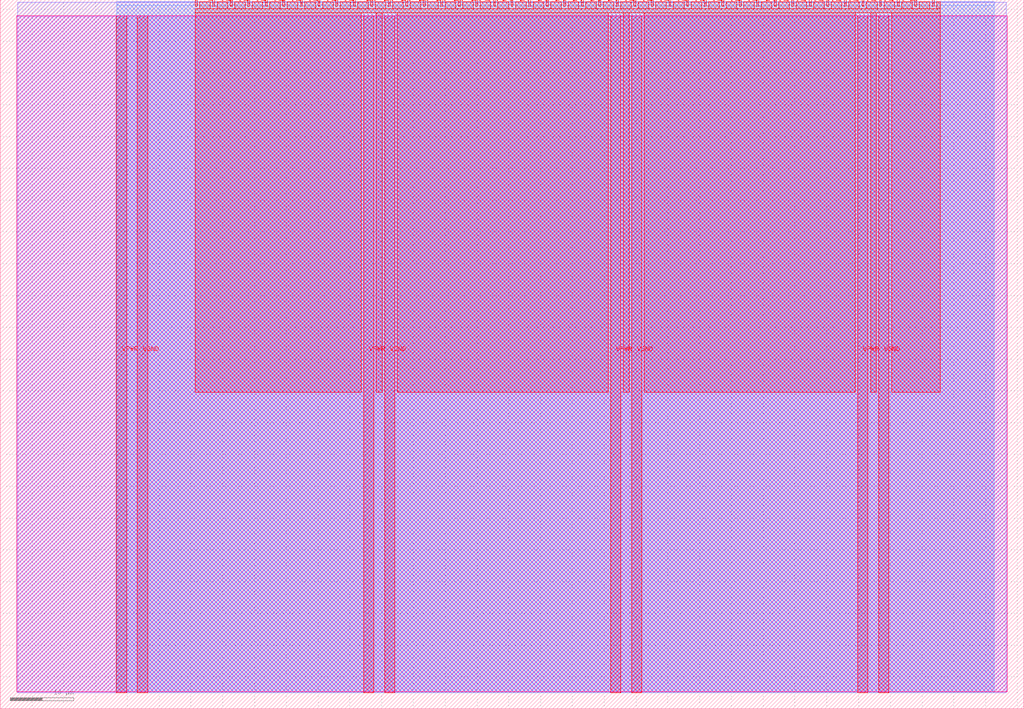
<source format=lef>
VERSION 5.7 ;
  NOWIREEXTENSIONATPIN ON ;
  DIVIDERCHAR "/" ;
  BUSBITCHARS "[]" ;
MACRO tt_um_rebeccargb_universal_decoder
  CLASS BLOCK ;
  FOREIGN tt_um_rebeccargb_universal_decoder ;
  ORIGIN 0.000 0.000 ;
  SIZE 161.000 BY 111.520 ;
  PIN VGND
    DIRECTION INOUT ;
    USE GROUND ;
    PORT
      LAYER met4 ;
        RECT 21.580 2.480 23.180 109.040 ;
    END
    PORT
      LAYER met4 ;
        RECT 60.450 2.480 62.050 109.040 ;
    END
    PORT
      LAYER met4 ;
        RECT 99.320 2.480 100.920 109.040 ;
    END
    PORT
      LAYER met4 ;
        RECT 138.190 2.480 139.790 109.040 ;
    END
  END VGND
  PIN VPWR
    DIRECTION INOUT ;
    USE POWER ;
    PORT
      LAYER met4 ;
        RECT 18.280 2.480 19.880 109.040 ;
    END
    PORT
      LAYER met4 ;
        RECT 57.150 2.480 58.750 109.040 ;
    END
    PORT
      LAYER met4 ;
        RECT 96.020 2.480 97.620 109.040 ;
    END
    PORT
      LAYER met4 ;
        RECT 134.890 2.480 136.490 109.040 ;
    END
  END VPWR
  PIN clk
    DIRECTION INPUT ;
    USE SIGNAL ;
    PORT
      LAYER met4 ;
        RECT 143.830 110.520 144.130 111.520 ;
    END
  END clk
  PIN ena
    DIRECTION INPUT ;
    USE SIGNAL ;
    PORT
      LAYER met4 ;
        RECT 146.590 110.520 146.890 111.520 ;
    END
  END ena
  PIN rst_n
    DIRECTION INPUT ;
    USE SIGNAL ;
    PORT
      LAYER met4 ;
        RECT 141.070 110.520 141.370 111.520 ;
    END
  END rst_n
  PIN ui_in[0]
    DIRECTION INPUT ;
    USE SIGNAL ;
    ANTENNAGATEAREA 0.126000 ;
    PORT
      LAYER met4 ;
        RECT 138.310 110.520 138.610 111.520 ;
    END
  END ui_in[0]
  PIN ui_in[1]
    DIRECTION INPUT ;
    USE SIGNAL ;
    ANTENNAGATEAREA 0.126000 ;
    PORT
      LAYER met4 ;
        RECT 135.550 110.520 135.850 111.520 ;
    END
  END ui_in[1]
  PIN ui_in[2]
    DIRECTION INPUT ;
    USE SIGNAL ;
    ANTENNAGATEAREA 0.213000 ;
    PORT
      LAYER met4 ;
        RECT 132.790 110.520 133.090 111.520 ;
    END
  END ui_in[2]
  PIN ui_in[3]
    DIRECTION INPUT ;
    USE SIGNAL ;
    ANTENNAGATEAREA 0.196500 ;
    PORT
      LAYER met4 ;
        RECT 130.030 110.520 130.330 111.520 ;
    END
  END ui_in[3]
  PIN ui_in[4]
    DIRECTION INPUT ;
    USE SIGNAL ;
    ANTENNAGATEAREA 0.196500 ;
    PORT
      LAYER met4 ;
        RECT 127.270 110.520 127.570 111.520 ;
    END
  END ui_in[4]
  PIN ui_in[5]
    DIRECTION INPUT ;
    USE SIGNAL ;
    ANTENNAGATEAREA 0.196500 ;
    PORT
      LAYER met4 ;
        RECT 124.510 110.520 124.810 111.520 ;
    END
  END ui_in[5]
  PIN ui_in[6]
    DIRECTION INPUT ;
    USE SIGNAL ;
    ANTENNAGATEAREA 0.196500 ;
    PORT
      LAYER met4 ;
        RECT 121.750 110.520 122.050 111.520 ;
    END
  END ui_in[6]
  PIN ui_in[7]
    DIRECTION INPUT ;
    USE SIGNAL ;
    ANTENNAGATEAREA 0.196500 ;
    PORT
      LAYER met4 ;
        RECT 118.990 110.520 119.290 111.520 ;
    END
  END ui_in[7]
  PIN uio_in[0]
    DIRECTION INPUT ;
    USE SIGNAL ;
    ANTENNAGATEAREA 0.196500 ;
    PORT
      LAYER met4 ;
        RECT 116.230 110.520 116.530 111.520 ;
    END
  END uio_in[0]
  PIN uio_in[1]
    DIRECTION INPUT ;
    USE SIGNAL ;
    ANTENNAGATEAREA 0.196500 ;
    PORT
      LAYER met4 ;
        RECT 113.470 110.520 113.770 111.520 ;
    END
  END uio_in[1]
  PIN uio_in[2]
    DIRECTION INPUT ;
    USE SIGNAL ;
    ANTENNAGATEAREA 0.196500 ;
    PORT
      LAYER met4 ;
        RECT 110.710 110.520 111.010 111.520 ;
    END
  END uio_in[2]
  PIN uio_in[3]
    DIRECTION INPUT ;
    USE SIGNAL ;
    ANTENNAGATEAREA 0.196500 ;
    PORT
      LAYER met4 ;
        RECT 107.950 110.520 108.250 111.520 ;
    END
  END uio_in[3]
  PIN uio_in[4]
    DIRECTION INPUT ;
    USE SIGNAL ;
    ANTENNAGATEAREA 0.159000 ;
    PORT
      LAYER met4 ;
        RECT 105.190 110.520 105.490 111.520 ;
    END
  END uio_in[4]
  PIN uio_in[5]
    DIRECTION INPUT ;
    USE SIGNAL ;
    ANTENNAGATEAREA 0.213000 ;
    PORT
      LAYER met4 ;
        RECT 102.430 110.520 102.730 111.520 ;
    END
  END uio_in[5]
  PIN uio_in[6]
    DIRECTION INPUT ;
    USE SIGNAL ;
    ANTENNAGATEAREA 0.196500 ;
    PORT
      LAYER met4 ;
        RECT 99.670 110.520 99.970 111.520 ;
    END
  END uio_in[6]
  PIN uio_in[7]
    DIRECTION INPUT ;
    USE SIGNAL ;
    ANTENNAGATEAREA 0.196500 ;
    PORT
      LAYER met4 ;
        RECT 96.910 110.520 97.210 111.520 ;
    END
  END uio_in[7]
  PIN uio_oe[0]
    DIRECTION OUTPUT ;
    USE SIGNAL ;
    ANTENNADIFFAREA 0.445500 ;
    PORT
      LAYER met4 ;
        RECT 49.990 110.520 50.290 111.520 ;
    END
  END uio_oe[0]
  PIN uio_oe[1]
    DIRECTION OUTPUT ;
    USE SIGNAL ;
    ANTENNADIFFAREA 0.445500 ;
    PORT
      LAYER met4 ;
        RECT 47.230 110.520 47.530 111.520 ;
    END
  END uio_oe[1]
  PIN uio_oe[2]
    DIRECTION OUTPUT ;
    USE SIGNAL ;
    PORT
      LAYER met4 ;
        RECT 44.470 110.520 44.770 111.520 ;
    END
  END uio_oe[2]
  PIN uio_oe[3]
    DIRECTION OUTPUT ;
    USE SIGNAL ;
    PORT
      LAYER met4 ;
        RECT 41.710 110.520 42.010 111.520 ;
    END
  END uio_oe[3]
  PIN uio_oe[4]
    DIRECTION OUTPUT ;
    USE SIGNAL ;
    PORT
      LAYER met4 ;
        RECT 38.950 110.520 39.250 111.520 ;
    END
  END uio_oe[4]
  PIN uio_oe[5]
    DIRECTION OUTPUT ;
    USE SIGNAL ;
    PORT
      LAYER met4 ;
        RECT 36.190 110.520 36.490 111.520 ;
    END
  END uio_oe[5]
  PIN uio_oe[6]
    DIRECTION OUTPUT ;
    USE SIGNAL ;
    PORT
      LAYER met4 ;
        RECT 33.430 110.520 33.730 111.520 ;
    END
  END uio_oe[6]
  PIN uio_oe[7]
    DIRECTION OUTPUT ;
    USE SIGNAL ;
    PORT
      LAYER met4 ;
        RECT 30.670 110.520 30.970 111.520 ;
    END
  END uio_oe[7]
  PIN uio_out[0]
    DIRECTION OUTPUT ;
    USE SIGNAL ;
    ANTENNADIFFAREA 0.924000 ;
    PORT
      LAYER met4 ;
        RECT 72.070 110.520 72.370 111.520 ;
    END
  END uio_out[0]
  PIN uio_out[1]
    DIRECTION OUTPUT ;
    USE SIGNAL ;
    ANTENNADIFFAREA 0.911000 ;
    PORT
      LAYER met4 ;
        RECT 69.310 110.520 69.610 111.520 ;
    END
  END uio_out[1]
  PIN uio_out[2]
    DIRECTION OUTPUT ;
    USE SIGNAL ;
    PORT
      LAYER met4 ;
        RECT 66.550 110.520 66.850 111.520 ;
    END
  END uio_out[2]
  PIN uio_out[3]
    DIRECTION OUTPUT ;
    USE SIGNAL ;
    PORT
      LAYER met4 ;
        RECT 63.790 110.520 64.090 111.520 ;
    END
  END uio_out[3]
  PIN uio_out[4]
    DIRECTION OUTPUT ;
    USE SIGNAL ;
    PORT
      LAYER met4 ;
        RECT 61.030 110.520 61.330 111.520 ;
    END
  END uio_out[4]
  PIN uio_out[5]
    DIRECTION OUTPUT ;
    USE SIGNAL ;
    PORT
      LAYER met4 ;
        RECT 58.270 110.520 58.570 111.520 ;
    END
  END uio_out[5]
  PIN uio_out[6]
    DIRECTION OUTPUT ;
    USE SIGNAL ;
    PORT
      LAYER met4 ;
        RECT 55.510 110.520 55.810 111.520 ;
    END
  END uio_out[6]
  PIN uio_out[7]
    DIRECTION OUTPUT ;
    USE SIGNAL ;
    PORT
      LAYER met4 ;
        RECT 52.750 110.520 53.050 111.520 ;
    END
  END uio_out[7]
  PIN uo_out[0]
    DIRECTION OUTPUT ;
    USE SIGNAL ;
    ANTENNADIFFAREA 1.524450 ;
    PORT
      LAYER met4 ;
        RECT 94.150 110.520 94.450 111.520 ;
    END
  END uo_out[0]
  PIN uo_out[1]
    DIRECTION OUTPUT ;
    USE SIGNAL ;
    ANTENNADIFFAREA 1.721000 ;
    PORT
      LAYER met4 ;
        RECT 91.390 110.520 91.690 111.520 ;
    END
  END uo_out[1]
  PIN uo_out[2]
    DIRECTION OUTPUT ;
    USE SIGNAL ;
    ANTENNADIFFAREA 1.721000 ;
    PORT
      LAYER met4 ;
        RECT 88.630 110.520 88.930 111.520 ;
    END
  END uo_out[2]
  PIN uo_out[3]
    DIRECTION OUTPUT ;
    USE SIGNAL ;
    ANTENNADIFFAREA 1.721000 ;
    PORT
      LAYER met4 ;
        RECT 85.870 110.520 86.170 111.520 ;
    END
  END uo_out[3]
  PIN uo_out[4]
    DIRECTION OUTPUT ;
    USE SIGNAL ;
    ANTENNADIFFAREA 1.524450 ;
    PORT
      LAYER met4 ;
        RECT 83.110 110.520 83.410 111.520 ;
    END
  END uo_out[4]
  PIN uo_out[5]
    DIRECTION OUTPUT ;
    USE SIGNAL ;
    ANTENNADIFFAREA 1.524450 ;
    PORT
      LAYER met4 ;
        RECT 80.350 110.520 80.650 111.520 ;
    END
  END uo_out[5]
  PIN uo_out[6]
    DIRECTION OUTPUT ;
    USE SIGNAL ;
    ANTENNADIFFAREA 1.524450 ;
    PORT
      LAYER met4 ;
        RECT 77.590 110.520 77.890 111.520 ;
    END
  END uo_out[6]
  PIN uo_out[7]
    DIRECTION OUTPUT ;
    USE SIGNAL ;
    ANTENNADIFFAREA 0.891000 ;
    PORT
      LAYER met4 ;
        RECT 74.830 110.520 75.130 111.520 ;
    END
  END uo_out[7]
  OBS
      LAYER nwell ;
        RECT 2.570 2.635 158.430 108.990 ;
      LAYER li1 ;
        RECT 2.760 2.635 158.240 108.885 ;
      LAYER met1 ;
        RECT 2.760 2.480 158.240 111.140 ;
      LAYER met2 ;
        RECT 18.310 2.535 156.310 111.170 ;
      LAYER met3 ;
        RECT 18.290 2.555 156.335 110.665 ;
      LAYER met4 ;
        RECT 31.370 110.120 33.030 111.170 ;
        RECT 34.130 110.120 35.790 111.170 ;
        RECT 36.890 110.120 38.550 111.170 ;
        RECT 39.650 110.120 41.310 111.170 ;
        RECT 42.410 110.120 44.070 111.170 ;
        RECT 45.170 110.120 46.830 111.170 ;
        RECT 47.930 110.120 49.590 111.170 ;
        RECT 50.690 110.120 52.350 111.170 ;
        RECT 53.450 110.120 55.110 111.170 ;
        RECT 56.210 110.120 57.870 111.170 ;
        RECT 58.970 110.120 60.630 111.170 ;
        RECT 61.730 110.120 63.390 111.170 ;
        RECT 64.490 110.120 66.150 111.170 ;
        RECT 67.250 110.120 68.910 111.170 ;
        RECT 70.010 110.120 71.670 111.170 ;
        RECT 72.770 110.120 74.430 111.170 ;
        RECT 75.530 110.120 77.190 111.170 ;
        RECT 78.290 110.120 79.950 111.170 ;
        RECT 81.050 110.120 82.710 111.170 ;
        RECT 83.810 110.120 85.470 111.170 ;
        RECT 86.570 110.120 88.230 111.170 ;
        RECT 89.330 110.120 90.990 111.170 ;
        RECT 92.090 110.120 93.750 111.170 ;
        RECT 94.850 110.120 96.510 111.170 ;
        RECT 97.610 110.120 99.270 111.170 ;
        RECT 100.370 110.120 102.030 111.170 ;
        RECT 103.130 110.120 104.790 111.170 ;
        RECT 105.890 110.120 107.550 111.170 ;
        RECT 108.650 110.120 110.310 111.170 ;
        RECT 111.410 110.120 113.070 111.170 ;
        RECT 114.170 110.120 115.830 111.170 ;
        RECT 116.930 110.120 118.590 111.170 ;
        RECT 119.690 110.120 121.350 111.170 ;
        RECT 122.450 110.120 124.110 111.170 ;
        RECT 125.210 110.120 126.870 111.170 ;
        RECT 127.970 110.120 129.630 111.170 ;
        RECT 130.730 110.120 132.390 111.170 ;
        RECT 133.490 110.120 135.150 111.170 ;
        RECT 136.250 110.120 137.910 111.170 ;
        RECT 139.010 110.120 140.670 111.170 ;
        RECT 141.770 110.120 143.430 111.170 ;
        RECT 144.530 110.120 146.190 111.170 ;
        RECT 147.290 110.120 147.825 111.170 ;
        RECT 30.655 109.440 147.825 110.120 ;
        RECT 30.655 49.815 56.750 109.440 ;
        RECT 59.150 49.815 60.050 109.440 ;
        RECT 62.450 49.815 95.620 109.440 ;
        RECT 98.020 49.815 98.920 109.440 ;
        RECT 101.320 49.815 134.490 109.440 ;
        RECT 136.890 49.815 137.790 109.440 ;
        RECT 140.190 49.815 147.825 109.440 ;
  END
END tt_um_rebeccargb_universal_decoder
END LIBRARY


</source>
